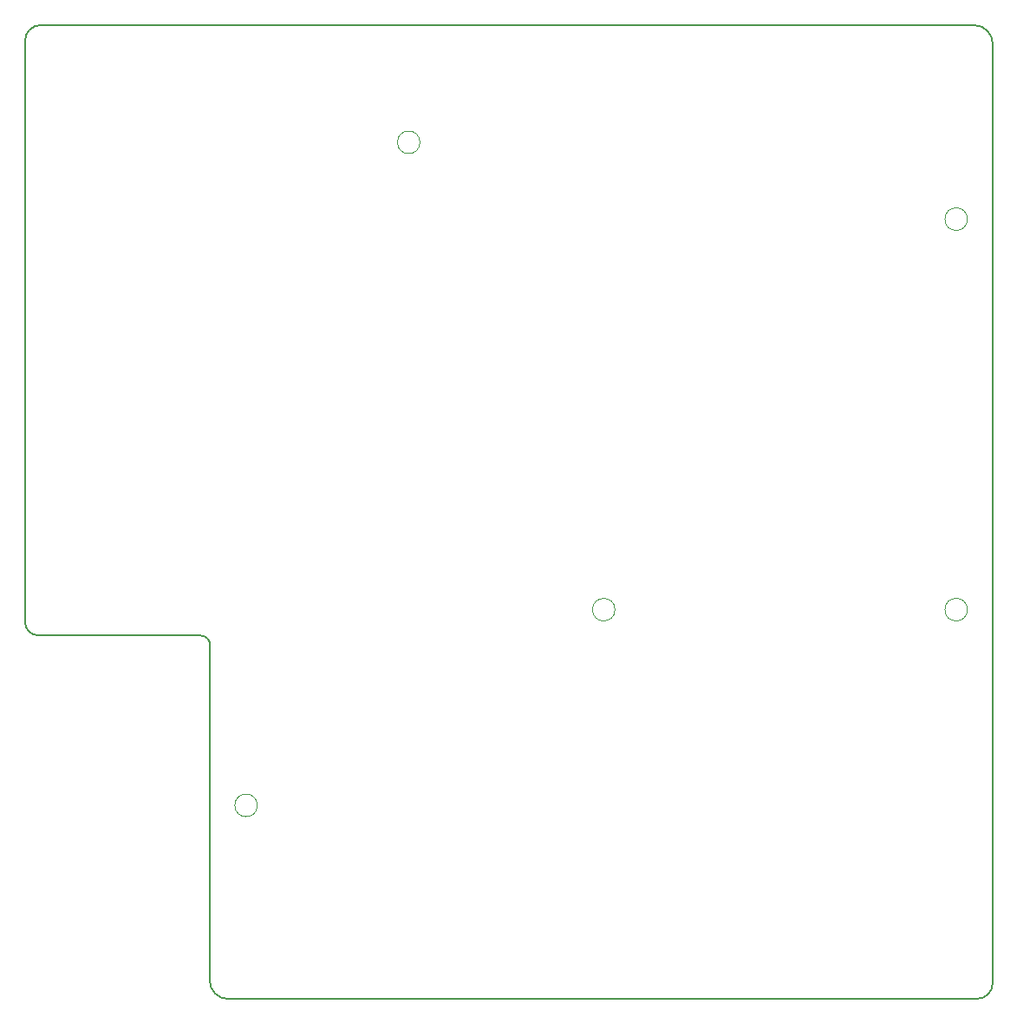
<source format=gm1>
G04 #@! TF.GenerationSoftware,KiCad,Pcbnew,(6.0.0)*
G04 #@! TF.CreationDate,2023-01-06T10:55:49+07:00*
G04 #@! TF.ProjectId,yampad_v2,79616d70-6164-45f7-9632-2e6b69636164,2.0*
G04 #@! TF.SameCoordinates,Original*
G04 #@! TF.FileFunction,Profile,NP*
%FSLAX46Y46*%
G04 Gerber Fmt 4.6, Leading zero omitted, Abs format (unit mm)*
G04 Created by KiCad (PCBNEW (6.0.0)) date 2023-01-06 10:55:49*
%MOMM*%
%LPD*%
G01*
G04 APERTURE LIST*
G04 #@! TA.AperFunction,Profile*
%ADD10C,0.150000*%
G04 #@! TD*
G04 #@! TA.AperFunction,Profile*
%ADD11C,0.120000*%
G04 #@! TD*
G04 APERTURE END LIST*
D10*
X159004000Y-155702000D02*
G75*
G03*
X160528000Y-154178000I1J1523999D01*
G01*
X158750000Y-60706000D02*
X67564000Y-60706000D01*
X84074000Y-153924000D02*
G75*
G03*
X85852000Y-155702000I1778000J0D01*
G01*
X66040000Y-118958224D02*
X66040000Y-62230000D01*
X67564000Y-60706000D02*
G75*
G03*
X66040000Y-62230000I-1J-1523999D01*
G01*
X66040000Y-118958224D02*
G75*
G03*
X67310000Y-120228224I1269999J-1D01*
G01*
X84074000Y-153924000D02*
X84120000Y-121320000D01*
X160528000Y-62484000D02*
G75*
G03*
X158750000Y-60706000I-1778000J0D01*
G01*
X85852000Y-155702000D02*
X159004000Y-155702000D01*
X84120001Y-121320000D02*
G75*
G03*
X83070000Y-120240000I-965552J111686D01*
G01*
X160528000Y-154178000D02*
X160528000Y-62484000D01*
X83070000Y-120240000D02*
X67310000Y-120228224D01*
D11*
X88730000Y-136829800D02*
G75*
G03*
X88730000Y-136829800I-1100000J0D01*
G01*
X158072000Y-117729000D02*
G75*
G03*
X158072000Y-117729000I-1100000J0D01*
G01*
X158072000Y-79629000D02*
G75*
G03*
X158072000Y-79629000I-1100000J0D01*
G01*
X123655000Y-117729000D02*
G75*
G03*
X123655000Y-117729000I-1100000J0D01*
G01*
X104605000Y-72136000D02*
G75*
G03*
X104605000Y-72136000I-1100000J0D01*
G01*
M02*

</source>
